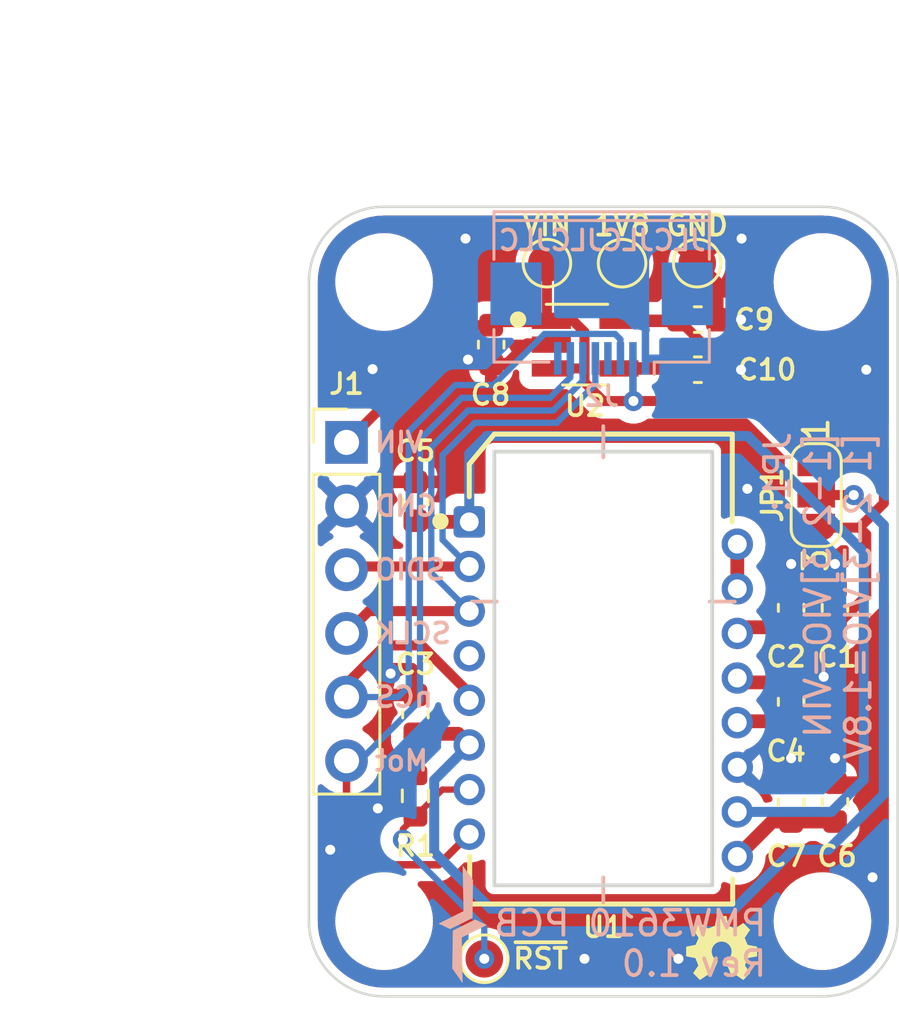
<source format=kicad_pcb>
(kicad_pcb (version 20221018) (generator pcbnew)
  (title_block (title "PMW3610 PCB") (rev "1.0") (company "SideraKB") (comment 1 "Open Source Hardware, CERN-OHL-P v2") (comment 2 "PMW3610DM-SUDU laser mouse sensor breakout board"))
  (layers (0 "F.Cu" signal) (31 "B.Cu" signal) (34 "B.Paste" user) (35 "F.Paste" user) (36 "B.SilkS" user "B.Silkscreen") (37 "F.SilkS" user "F.Silkscreen") (38 "B.Mask" user) (39 "F.Mask" user) (44 "Edge.Cuts" user))
  (net 0 "")
  (net 1 "GND")
  (net 2 "+1V8")
  (net 3 "VIO")
  (net 4 "VIN")
  (net 5 "nRESET")
  (net 6 "SDIO")
  (net 7 "SCLK")
  (net 8 "nCS")
  (net 9 "MOTION")
  (net 10 "Net-(U1-CN)")
  (net 11 "Net-(U1-CP)")
  (net 12 "Net-(U1-+VCSEL)")
  (net 13 "Net-(U1-VCP)")
  (net 14 "Net-(U2-NC)")
  (net 16 "Net-(U1--VCSEL)")
  (footprint "Connector_PinHeader_2.54mm:PinHeader_1x06_P2.54mm_Vertical" (layer "F.Cu") (at 139.75 93.65)
    (fp_text reference "J1" (at 0 -2.33) (layer "F.SilkS") (effects (font (size 0.8 0.8))))
    (fp_text value "Conn_01x06")
    (pad "1" thru_hole rect (at 0 0) (size 1.7 1.7) (drill 1) (layers "*.Cu" "*.Mask") (net 4 "VIN"))
    (pad "2" thru_hole oval (at 0 2.54) (size 1.7 1.7) (drill 1) (layers "*.Cu" "*.Mask") (net 1 "GND"))
    (pad "3" thru_hole oval (at 0 5.08) (size 1.7 1.7) (drill 1) (layers "*.Cu" "*.Mask") (net 6 "SDIO"))
    (pad "4" thru_hole oval (at 0 7.62) (size 1.7 1.7) (drill 1) (layers "*.Cu" "*.Mask") (net 7 "SCLK"))
    (pad "5" thru_hole oval (at 0 10.16) (size 1.7 1.7) (drill 1) (layers "*.Cu" "*.Mask") (net 8 "nCS"))
    (pad "6" thru_hole oval (at 0 12.7) (size 1.7 1.7) (drill 1) (layers "*.Cu" "*.Mask") (net 9 "MOTION"))
  )
  (footprint "TestPoint:TestPoint_Pad_D1.5mm" (layer "F.Cu") (at 150.75 86.5)
    (fp_text reference "TP3" hide)
    (fp_text value "TestPoint")
    (fp_text user "1V8" (at 0 -1.5 unlocked) (layer "F.SilkS") (effects (font (size 0.8 0.8))))
    (pad "1" smd circle (at 0 0) (size 1.5 1.5) (layers "F.Cu" "F.Mask") (net 2 "+1V8"))
  )
  (footprint "Capacitor_SMD:C_0603_1608Metric" (layer "F.Cu") (at 153.775 90.75)
    (fp_text reference "C10" (at 2.763 0) (layer "F.SilkS") (effects (font (size 0.8 0.8))))
    (fp_text value "22nF")
    (pad "1" smd roundrect (at -0.775 0) (size 0.9 0.95) (layers "F.Cu" "F.Paste" "F.Mask") (net 14 "Net-(U2-NC)"))
    (pad "2" smd roundrect (at 0.775 0) (size 0.9 0.95) (layers "F.Cu" "F.Paste" "F.Mask") (net 1 "GND"))
  )
  (footprint "Capacitor_SMD:C_0603_1608Metric" (layer "F.Cu") (at 157.5 108 90)
    (fp_text reference "C7" (at -2.158 -0.2 180) (layer "F.SilkS") (effects (font (size 0.8 0.8))))
    (fp_text value "10nF X7R")
    (pad "1" smd roundrect (at -0.775 0 90) (size 0.9 0.95) (layers "F.Cu" "F.Paste" "F.Mask") (net 13 "Net-(U1-VCP)"))
    (pad "2" smd roundrect (at 0.775 0 90) (size 0.9 0.95) (layers "F.Cu" "F.Paste" "F.Mask") (net 1 "GND"))
  )
  (footprint "pmw3610_pcb:PMW3610DM-SUDU 16Pin" (layer "F.Cu") (at 150 102.988 90)
    (fp_text reference "U1" (at -10 0) (layer "F.SilkS") (effects (font (size 0.8 0.8))))
    (fp_text value "PMW3610")
    (fp_rect (start 8.968 -4.35) (end -8.332 4.35) (stroke (width 0.15)) (fill none) (layer "Edge.Cuts"))
    (pad "1" thru_hole roundrect locked (at 6.168 -5.35 270) (size 1.25 1.25) (drill 0.75) (layers "*.Cu" "*.Mask") (roundrect_rratio 0.15) (net 12 "Net-(U1-+VCSEL)"))
    (pad "2" thru_hole oval locked (at 4.388 -5.35 270) (size 1.25 1.25) (drill 0.75) (layers "*.Cu" "*.Mask") (net 6 "SDIO"))
    (pad "3" thru_hole oval locked (at 2.608 -5.35 270) (size 1.25 1.25) (drill 0.75) (layers "*.Cu" "*.Mask") (net 7 "SCLK"))
    (pad "4" thru_hole oval locked (at 0.828 -5.35 270) (size 1.25 1.25) (drill 0.75) (layers "*.Cu" "*.Mask"))
    (pad "5" thru_hole oval locked (at -0.952 -5.35 270) (size 1.25 1.25) (drill 0.75) (layers "*.Cu" "*.Mask") (net 8 "nCS"))
    (pad "6" thru_hole oval locked (at -2.732 -5.35 270) (size 1.25 1.25) (drill 0.75) (layers "*.Cu" "*.Mask") (net 3 "VIO"))
    (pad "7" thru_hole oval locked (at -4.512 -5.35 270) (size 1.25 1.25) (drill 0.75) (layers "*.Cu" "*.Mask") (net 5 "nRESET"))
    (pad "8" thru_hole oval locked (at -6.292 -5.35 270) (size 1.25 1.25) (drill 0.75) (layers "*.Cu" "*.Mask") (net 9 "MOTION"))
    (pad "9" thru_hole oval locked (at -7.182 5.35 270) (size 1.25 1.25) (drill 0.75) (layers "*.Cu" "*.Mask") (net 13 "Net-(U1-VCP)"))
    (pad "10" thru_hole oval locked (at -5.402 5.35 270) (size 1.25 1.25) (drill 0.75) (layers "*.Cu" "*.Mask") (net 12 "Net-(U1-+VCSEL)"))
    (pad "11" thru_hole oval locked (at -3.622 5.35 270) (size 1.25 1.25) (drill 0.75) (layers "*.Cu" "*.Mask") (net 1 "GND"))
    (pad "12" thru_hole oval locked (at -1.842 5.35 270) (size 1.25 1.25) (drill 0.75) (layers "*.Cu" "*.Mask") (net 11 "Net-(U1-CP)"))
    (pad "13" thru_hole oval locked (at -0.062 5.35 270) (size 1.25 1.25) (drill 0.75) (layers "*.Cu" "*.Mask") (net 10 "Net-(U1-CN)"))
    (pad "14" thru_hole oval locked (at 1.718 5.35 270) (size 1.25 1.25) (drill 0.75) (layers "*.Cu" "*.Mask") (net 2 "+1V8"))
    (pad "15" thru_hole oval locked (at 3.498 5.35 270) (size 1.25 1.25) (drill 0.75) (layers "*.Cu" "*.Mask") (net 16 "Net-(U1--VCSEL)"))
    (pad "16" thru_hole oval locked (at 5.278 5.35 270) (size 1.25 1.25) (drill 0.75) (layers "*.Cu" "*.Mask") (net 16 "Net-(U1--VCSEL)"))
    (zone (net 0) (net_name "") (layers "*.Cu" "F.CrtYd") (connect_pads (clearance 0)) (min_thickness 0.254)
      (keepout (tracks not_allowed) (vias not_allowed) (pads not_allowed) (copperpour not_allowed) (footprints not_allowed))
      (fill (thermal_gap 0.508) (thermal_bridge_width 0.508))
      (polygon (pts (xy 145.6312 111.3192) (xy 145.682 93.9964) (xy 154.3688 93.9964) (xy 154.3688 111.3192)))
    )
  )
  (footprint "MountingHole:MountingHole_3.2mm_M3_ISO14580" (layer "F.Cu") (at 158.75 87.25)
    (fp_text reference "H3" hide)
    (fp_text value "MountingHole" hide)
    (pad "" np_thru_hole circle locked (at 0 0) (size 3.2 3.2) (drill 3.2) (layers "*.Cu" "*.Mask"))
  )
  (footprint "MountingHole:MountingHole_3.2mm_M3_ISO14580" (layer "F.Cu") (at 141.25 112.75)
    (fp_text reference "H1" hide)
    (fp_text value "MountingHole" hide)
    (pad "" np_thru_hole circle locked (at 0 0) (size 3.2 3.2) (drill 3.2) (layers "*.Cu" "*.Mask"))
  )
  (footprint "Capacitor_SMD:C_0603_1608Metric" (layer "F.Cu") (at 142.5 96 90)
    (fp_text reference "C5" (at 2 0 180) (layer "F.SilkS") (effects (font (size 0.8 0.8))))
    (fp_text value "10nF")
    (pad "1" smd roundrect (at -0.775 0 90) (size 0.9 0.95) (layers "F.Cu" "F.Paste" "F.Mask") (net 12 "Net-(U1-+VCSEL)"))
    (pad "2" smd roundrect (at 0.775 0 90) (size 0.9 0.95) (layers "F.Cu" "F.Paste" "F.Mask") (net 1 "GND"))
  )
  (footprint "TestPoint:TestPoint_Pad_D1.5mm" (layer "F.Cu") (at 147.75 86.5)
    (fp_text reference "TP2" hide)
    (fp_text value "TestPoint")
    (fp_text user "VIN" (at 0 -1.5 unlocked) (layer "F.SilkS") (effects (font (size 0.8 0.8))))
    (pad "1" smd circle (at 0 0) (size 1.5 1.5) (layers "F.Cu" "F.Mask") (net 4 "VIN"))
  )
  (footprint "Capacitor_SMD:C_0603_1608Metric" (layer "F.Cu") (at 157.5 100.25 90)
    (fp_text reference "C2" (at -1.95 -0.2 180) (layer "F.SilkS") (effects (font (size 0.8 0.8))))
    (fp_text value "100nF")
    (pad "1" smd roundrect (at -0.775 0 90) (size 0.9 0.95) (layers "F.Cu" "F.Paste" "F.Mask") (net 2 "+1V8"))
    (pad "2" smd roundrect (at 0.775 0 90) (size 0.9 0.95) (layers "F.Cu" "F.Paste" "F.Mask") (net 1 "GND"))
  )
  (footprint "Resistor_SMD:R_0603_1608Metric" (layer "F.Cu") (at 142.5 107.75 -90)
    (fp_text reference "R1" (at 2 0 -180) (layer "F.SilkS") (effects (font (size 0.8 0.8))))
    (fp_text value "10k")
    (pad "1" smd roundrect (at -0.825 0 270) (size 0.8 0.95) (layers "F.Cu" "F.Paste" "F.Mask") (net 3 "VIO"))
    (pad "2" smd roundrect (at 0.825 0 270) (size 0.8 0.95) (layers "F.Cu" "F.Paste" "F.Mask") (net 5 "nRESET"))
  )
  (footprint "Capacitor_SMD:C_0603_1608Metric" (layer "F.Cu") (at 142.5 104.5 90)
    (fp_text reference "C3" (at 2 0 180) (layer "F.SilkS") (effects (font (size 0.8 0.8))))
    (fp_text value "100nF")
    (pad "1" smd roundrect (at -0.775 0 90) (size 0.9 0.95) (layers "F.Cu" "F.Paste" "F.Mask") (net 3 "VIO"))
    (pad "2" smd roundrect (at 0.775 0 90) (size 0.9 0.95) (layers "F.Cu" "F.Paste" "F.Mask") (net 1 "GND"))
  )
  (footprint "Package_TO_SOT_SMD:SOT-23-5_HandSoldering" (layer "F.Cu") (at 149.275 89.75)
    (fp_text reference "U2" (at 0 2.45) (layer "F.SilkS") (effects (font (size 0.8 0.8))))
    (fp_text value "TLV74318PDBVR")
    (pad "1" smd rect (at -1.35 -0.95) (size 1.56 0.65) (layers "F.Cu" "F.Paste" "F.Mask") (net 4 "VIN"))
    (pad "2" smd rect (at -1.35 0) (size 1.56 0.65) (layers "F.Cu" "F.Paste" "F.Mask") (net 1 "GND"))
    (pad "3" smd rect (at -1.35 0.95) (size 1.56 0.65) (layers "F.Cu" "F.Paste" "F.Mask") (net 4 "VIN"))
    (pad "4" smd rect (at 1.35 0.95) (size 1.56 0.65) (layers "F.Cu" "F.Paste" "F.Mask") (net 14 "Net-(U2-NC)"))
    (pad "5" smd rect (at 1.35 -0.95) (size 1.56 0.65) (layers "F.Cu" "F.Paste" "F.Mask") (net 2 "+1V8"))
  )
  (footprint "Capacitor_SMD:C_0603_1608Metric" (layer "F.Cu") (at 145.525 89.75 -90)
    (fp_text reference "C8" (at 2 0.025 -180) (layer "F.SilkS") (effects (font (size 0.8 0.8))))
    (fp_text value "1uF")
    (pad "1" smd roundrect (at -0.775 0 270) (size 0.9 0.95) (layers "F.Cu" "F.Paste" "F.Mask") (net 4 "VIN"))
    (pad "2" smd roundrect (at 0.775 0 270) (size 0.9 0.95) (layers "F.Cu" "F.Paste" "F.Mask") (net 1 "GND"))
  )
  (footprint "TestPoint:TestPoint_Pad_D1.5mm" (layer "F.Cu") (at 153.75 86.5)
    (fp_text reference "TP4" hide)
    (fp_text value "TestPoint")
    (fp_text user "GND" (at 0 -1.5 unlocked) (layer "F.SilkS") (effects (font (size 0.8 0.8))))
    (pad "1" smd circle (at 0 0) (size 1.5 1.5) (layers "F.Cu" "F.Mask") (net 1 "GND"))
  )
  (footprint "Jumper:SolderJumper-3_P1.3mm_Open_RoundedPad1.0x1.5mm_NumberLabels" (layer "F.Cu") (at 158.5 95.75 -90)
    (fp_text reference "JP1" (at 0 1.75 90) (layer "F.SilkS") (effects (font (size 0.8 0.8))))
    (fp_text value "SolderJumper_3_Open")
    (fp_text user "3" (at 2.6 0 90) (layer "F.SilkS"))
    (fp_text user "1" (at -2.6 0 90) (layer "F.SilkS"))
    (pad "1" smd custom (at -1.3 0 270) (size 1 0.5) (layers "F.Cu" "F.Mask") (net 4 "VIN") (options (clearance outline) (anchor rect)) (primitives (gr_circle (center 0 0.25) (end 0.5 0.25) (width 0) (fill yes)) (gr_circle (center 0 -0.25) (end 0.5 -0.25) (width 0) (fill yes)) (gr_poly (pts (xy 0.55 0.75) (xy 0 0.75) (xy 0 -0.75) (xy 0.55 -0.75)) (width 0) (fill yes))))
    (pad "2" smd rect (at 0 0 270) (size 1 1.5) (layers "F.Cu" "F.Mask") (net 3 "VIO"))
    (pad "3" smd custom (at 1.3 0 270) (size 1 0.5) (layers "F.Cu" "F.Mask") (net 2 "+1V8") (options (clearance outline) (anchor rect)) (primitives (gr_circle (center 0 0.25) (end 0.5 0.25) (width 0) (fill yes)) (gr_circle (center 0 -0.25) (end 0.5 -0.25) (width 0) (fill yes)) (gr_poly (pts (xy 0 0.75) (xy -0.55 0.75) (xy -0.55 -0.75) (xy 0 -0.75)) (width 0) (fill yes))))
  )
  (footprint "Capacitor_SMD:C_0603_1608Metric" (layer "F.Cu") (at 153.775 88.75)
    (fp_text reference "C9" (at 2.255 0) (layer "F.SilkS") (effects (font (size 0.8 0.8))))
    (fp_text value "1uF")
    (pad "1" smd roundrect (at -0.775 0) (size 0.9 0.95) (layers "F.Cu" "F.Paste" "F.Mask") (net 2 "+1V8"))
    (pad "2" smd roundrect (at 0.775 0) (size 0.9 0.95) (layers "F.Cu" "F.Paste" "F.Mask") (net 1 "GND"))
  )
  (footprint "MountingHole:MountingHole_3.2mm_M3_ISO14580" (layer "F.Cu") (at 158.75 112.75)
    (fp_text reference "H4" hide)
    (fp_text value "MountingHole" hide)
    (pad "" np_thru_hole circle locked (at 0 0) (size 3.2 3.2) (drill 3.2) (layers "*.Cu" "*.Mask"))
  )
  (footprint "Capacitor_SMD:C_0603_1608Metric" (layer "F.Cu") (at 159.25 100.25 90)
    (fp_text reference "C1" (at -1.95 0.082 180) (layer "F.SilkS") (effects (font (size 0.8 0.8))))
    (fp_text value "3.3uF/16V")
    (pad "1" smd roundrect (at -0.775 0 90) (size 0.9 0.95) (layers "F.Cu" "F.Paste" "F.Mask") (net 2 "+1V8"))
    (pad "2" smd roundrect (at 0.775 0 90) (size 0.9 0.95) (layers "F.Cu" "F.Paste" "F.Mask") (net 1 "GND"))
  )
  (footprint "TestPoint:TestPoint_Pad_D1.5mm" (layer "F.Cu") (at 145.25 114.25)
    (fp_text reference "TP1" hide)
    (fp_text value "TestPoint")
    (fp_text user "~{RST}" (at 2.25 0 unlocked) (layer "F.SilkS") (effects (font (size 0.8 0.8))))
    (pad "1" smd circle (at 0 0) (size 1.5 1.5) (layers "F.Cu" "F.Mask") (net 5 "nRESET"))
  )
  (footprint "Capacitor_SMD:C_0603_1608Metric" (layer "F.Cu") (at 157.5 104 90)
    (fp_text reference "C4" (at -1.967 -0.2 180) (layer "F.SilkS") (effects (font (size 0.8 0.8))))
    (fp_text value "100nF X7R")
    (pad "1" smd roundrect (at -0.775 0 90) (size 0.9 0.95) (layers "F.Cu" "F.Paste" "F.Mask") (net 11 "Net-(U1-CP)"))
    (pad "2" smd roundrect (at 0.775 0 90) (size 0.9 0.95) (layers "F.Cu" "F.Paste" "F.Mask") (net 10 "Net-(U1-CN)"))
  )
  (footprint "MountingHole:MountingHole_3.2mm_M3_ISO14580" (layer "F.Cu") (at 141.25 87.25)
    (fp_text reference "H2" hide)
    (fp_text value "MountingHole" hide)
    (pad "" np_thru_hole circle locked (at 0 0) (size 3.2 3.2) (drill 3.2) (layers "*.Cu" "*.Mask"))
  )
  (footprint "Capacitor_SMD:C_0603_1608Metric" (layer "F.Cu") (at 159.25 108 90)
    (fp_text reference "C6" (at -2.158 0.082 180) (layer "F.SilkS") (effects (font (size 0.8 0.8))))
    (fp_text value "10uF X7R")
    (pad "1" smd roundrect (at -0.775 0 90) (size 0.9 0.95) (layers "F.Cu" "F.Paste" "F.Mask") (net 13 "Net-(U1-VCP)"))
    (pad "2" smd roundrect (at 0.775 0 90) (size 0.9 0.95) (layers "F.Cu" "F.Paste" "F.Mask") (net 1 "GND"))
  )
  (footprint "pmw3610_pcb:FPC_8P_0.5mm_AFC01-S08FCA-00" (layer "B.Cu") (at 149.934 87.298 180)
    (fp_text reference "J2" (at 0 -4.5 unlocked) (layer "B.SilkS") (effects (font (size 0.8 0.8)) (justify mirror)))
    (fp_text value "Conn_01x08")
    (pad "1" smd rect (at -1.75 -3 180) (size 0.3 1.3) (layers "B.Cu" "B.Paste" "B.Mask") (net 1 "GND"))
    (pad "2" smd rect (at -1.25 -3 180) (size 0.3 1.3) (layers "B.Cu" "B.Paste" "B.Mask") (net 4 "VIN"))
    (pad "3" smd rect (at -0.75 -3 180) (size 0.3 1.3) (layers "B.Cu" "B.Paste" "B.Mask") (net 8 "nCS"))
    (pad "4" smd rect (at -0.25 -3 180) (size 0.3 1.3) (layers "B.Cu" "B.Paste" "B.Mask"))
    (pad "5" smd rect (at 0.25 -3 180) (size 0.3 1.3) (layers "B.Cu" "B.Paste" "B.Mask") (net 6 "SDIO"))
    (pad "6" smd rect (at 0.75 -3 180) (size 0.3 1.3) (layers "B.Cu" "B.Paste" "B.Mask") (net 7 "SCLK"))
    (pad "7" smd rect (at 1.25 -3 180) (size 0.3 1.3) (layers "B.Cu" "B.Paste" "B.Mask") (net 9 "MOTION"))
    (pad "8" smd rect (at 1.75 -3 180) (size 0.3 1.3) (layers "B.Cu" "B.Paste" "B.Mask"))
    (pad "EP" smd rect (at -3.42 -0.425 180) (size 2.04 2.5) (layers "B.Cu" "B.Paste" "B.Mask"))
    (pad "EP" smd rect (at 3.42 -0.425 180) (size 2.04 2.5) (layers "B.Cu" "B.Paste" "B.Mask"))
  )
  (gr_poly (pts (xy 144.421263 112.347352) (xy 143.422629 112.846239) (xy 143.886927 113.066271) (xy 144.780738 112.622804) (xy 144.8 111.109612) (xy 144.384724 110.525007)) (fill solid) (layer "B.SilkS"))
  (gr_line (start 150 94.25) (end 150 93) (stroke (width 0.15)) (layer "B.SilkS"))
  (gr_line (start 154.25 100) (end 155.25 100) (stroke (width 0.15)) (layer "B.SilkS"))
  (gr_line (start 150 111) (end 150 112) (stroke (width 0.15)) (layer "B.SilkS"))
  (gr_poly (pts (xy 143.992871 113.123734) (xy 143.970176 114.636878) (xy 144.384126 115.222423) (xy 144.35172 113.4) (xy 145.351483 112.903379) (xy 144.887685 112.682296)) (fill solid) (layer "B.SilkS"))
  (gr_line (start 145.75 100) (end 144.75 100) (stroke (width 0.15)) (layer "B.SilkS"))
  (gr_poly (pts (xy 154.90459 112.541673) (xy 154.905396 112.541733) (xy 154.906197 112.541832) (xy 154.906994 112.541968) (xy 154.907784 112.542141) (xy 154.908567 112.54235) (xy 154.909341 112.542593) (xy 154.910105 112.54287) (xy 154.910858 112.54318) (xy 154.911598 112.543522) (xy 154.912325 112.543895) (xy 154.913037 112.544297) (xy 154.913733 112.544729) (xy 154.914412 112.545188) (xy 154.915073 112.545674) (xy 154.915714 112.546185) (xy 154.916334 112.546722) (xy 154.916933 112.547282) (xy 154.917508 112.547866) (xy 154.91806 112.548471) (xy 154.918585 112.549097) (xy 154.919084 112.549744) (xy 154.919556 112.550409) (xy 154.919998 112.551092) (xy 154.920409 112.551792) (xy 154.92079 112.552508) (xy 154.921137 112.553239) (xy 154.921451 112.553984) (xy 154.92173 112.554741) (xy 154.921973 112.555511) (xy 154.922178 112.556292) (xy 154.922344 112.557083) (xy 154.989337 112.91698) (xy 154.989506 112.917778) (xy 154.989712 112.918578) (xy 154.990227 112.920181) (xy 154.990873 112.921779) (xy 154.991642 112.923362) (xy 154.992524 112.924918) (xy 154.99351 112.926439) (xy 154.994591 112.927912) (xy 154.995758 112.929328) (xy 154.997003 112.930677) (xy 154.998316 112.931947) (xy 154.999688 112.933129) (xy 155.001109 112.934212) (xy 155.002572 112.935185) (xy 155.004067 112.936038) (xy 155.004824 112.936416) (xy 155.005585 112.936761) (xy 155.00635 112.93707) (xy 155.007117 112.937343) (xy 155.248332 113.036085) (xy 155.249831 113.036745) (xy 155.25142 113.037296) (xy 155.253086 113.037739) (xy 155.254815 113.038076) (xy 155.256592 113.038307) (xy 155.258405 113.038433) (xy 155.260238 113.038455) (xy 155.262077 113.038374) (xy 155.26391 113.038191) (xy 155.265721 113.037907) (xy 155.267498 113.037523) (xy 155.269225 113.037041) (xy 155.270889 113.03646) (xy 155.272476 113.035782) (xy 155.273971 113.035007) (xy 155.275362 113.034138) (xy 155.576034 112.827805) (xy 155.576712 112.827364) (xy 155.577409 112.826957) (xy 155.578125 112.826584) (xy 155.578858 112.826246) (xy 155.579606 112.825941) (xy 155.580368 112.82567) (xy 155.581143 112.825433) (xy 155.581928 112.825229) (xy 155.582723 112.825059) (xy 155.583526 112.824922) (xy 155.585148 112.824747) (xy 155.586784 112.824703) (xy 155.58842 112.824789) (xy 155.590044 112.825004) (xy 155.591644 112.825347) (xy 155.593209 112.825817) (xy 155.593973 112.826099) (xy 155.594724 112.826412) (xy 155.59546 112.826757) (xy 155.59618 112.827132) (xy 155.596881 112.827538) (xy 155.597562 112.827975) (xy 155.598222 112.828443) (xy 155.598859 112.828941) (xy 155.599472 112.829469) (xy 155.600059 112.830028) (xy 155.853276 113.083244) (xy 155.853834 113.083831) (xy 155.854362 113.084444) (xy 155.854859 113.085082) (xy 155.855326 113.085742) (xy 155.855762 113.086424) (xy 155.856168 113.087126) (xy 155.856885 113.088582) (xy 155.857478 113.0901) (xy 155.857945 113.091666) (xy 155.858286 113.093268) (xy 155.858499 113.094894) (xy 155.858583 113.096532) (xy 155.858538 113.098169) (xy 155.858363 113.099794) (xy 155.858056 113.101393) (xy 155.857617 113.102954) (xy 155.857348 113.103717) (xy 155.857045 113.104466) (xy 155.856709 113.105199) (xy 155.856339 113.105915) (xy 155.855935 113.106612) (xy 155.855498 113.10729) (xy 155.652764 113.402776) (xy 155.651892 113.404173) (xy 155.651118 113.405671) (xy 155.650443 113.407257) (xy 155.649868 113.408918) (xy 155.649393 113.410639) (xy 155.649021 113.412407) (xy 155.64875 113.414208) (xy 155.648583 113.416029) (xy 155.64852 113.417857) (xy 155.648562 113.419677) (xy 155.64871 113.421476) (xy 155.648965 113.42324) (xy 155.649328 113.424956) (xy 155.649799 113.426611) (xy 155.650379 113.42819) (xy 155.65107 113.429679) (xy 155.757729 113.678515) (xy 155.758338 113.680043) (xy 155.759087 113.681557) (xy 155.759965 113.683047) (xy 155.760962 113.684506) (xy 155.762067 113.685924) (xy 155.763269 113.687292) (xy 155.764558 113.688601) (xy 155.765924 113.689841) (xy 155.767355 113.691005) (xy 155.768841 113.692082) (xy 155.770372 113.693064) (xy 155.771937 113.693942) (xy 155.773525 113.694707) (xy 155.775126 113.695349) (xy 155.776729 113.69586) (xy 155.778325 113.696231) (xy 156.126283 113.760938) (xy 156.127072 113.761108) (xy 156.127851 113.761317) (xy 156.12862 113.761562) (xy 156.129376 113.761844) (xy 156.13012 113.76216) (xy 156.130849 113.76251) (xy 156.131564 113.762892) (xy 156.132262 113.763306) (xy 156.133608 113.764222) (xy 156.134878 113.765249) (xy 156.136065 113.766377) (xy 156.13716 113.767597) (xy 156.138156 113.7689) (xy 156.139044 113.770276) (xy 156.139817 113.771716) (xy 156.140158 113.772457) (xy 156.140466 113.77321) (xy 156.140742 113.773974) (xy 156.140985 113.774749) (xy 156.141192 113.775533) (xy 156.141363 113.776324) (xy 156.141498 113.777122) (xy 156.141595 113.777925) (xy 156.141653 113.778732) (xy 156.141671 113.779543) (xy 156.141629 114.137662) (xy 156.141609 114.138471) (xy 156.141549 114.139277) (xy 156.14145 114.140079) (xy 156.141313 114.140876) (xy 156.14114 114.141668) (xy 156.14093 114.142451) (xy 156.140686 114.143226) (xy 156.140409 114.143992) (xy 156.140098 114.144746) (xy 156.139755 114.145488) (xy 156.139382 114.146216) (xy 156.138979 114.14693) (xy 156.138547 114.147627) (xy 156.138088 114.148308) (xy 156.137601 114.14897) (xy 156.137089 114.149613) (xy 156.136552 114.150235) (xy 156.135991 114.150835) (xy 156.135407 114.151412) (xy 156.134802 114.151964) (xy 156.134175 114.152491) (xy 156.133529 114.152991) (xy 156.132864 114.153462) (xy 156.132181 114.153905) (xy 156.131482 114.154317) (xy 156.130767 114.154697) (xy 156.130036 114.155045) (xy 156.129292 114.155358) (xy 156.128536 114.155636) (xy 156.127767 114.155878) (xy 156.126988 114.156081) (xy 156.126199 114.156246) (xy 155.786791 114.219407) (xy 155.785992 114.219571) (xy 155.785191 114.219772) (xy 155.78439 114.220009) (xy 155.78359 114.22028) (xy 155.781997 114.220922) (xy 155.780422 114.22169) (xy 155.778876 114.222572) (xy 155.777369 114.223561) (xy 155.775911 114.224647) (xy 155.774511 114.225821) (xy 155.773182 114.227073) (xy 155.771931 114.228394) (xy 155.77077 114.229775) (xy 155.769708 114.231207) (xy 155.768757 114.232679) (xy 155.767925 114.234184) (xy 155.767223 114.235711) (xy 155.766924 114.23648) (xy 155.766661 114.237251) (xy 155.660701 114.50194) (xy 155.660046 114.503446) (xy 155.659499 114.50504) (xy 155.659061 114.50671) (xy 155.658729 114.50844) (xy 155.658503 114.510219) (xy 155.658382 114.512031) (xy 155.658364 114.513863) (xy 155.658449 114.515701) (xy 155.658636 114.517531) (xy 155.658923 114.51934) (xy 155.659309 114.521114) (xy 155.659793 114.522839) (xy 155.660375 114.5245) (xy 155.661052 114.526085) (xy 155.661824 114.52758) (xy 155.662691 114.52897) (xy 155.855498 114.809915) (xy 155.855939 114.810593) (xy 155.856346 114.81129) (xy 155.856718 114.812007) (xy 155.857057 114.81274) (xy 155.857362 114.81349) (xy 155.857632 114.814253) (xy 155.85787 114.815029) (xy 155.858073 114.815816) (xy 155.858244 114.816612) (xy 155.858381 114.817416) (xy 155.858556 114.819042) (xy 155.8586 114.820682) (xy 155.858514 114.822321) (xy 155.858299 114.82395) (xy 155.857956 114.825554) (xy 155.857486 114.827122) (xy 155.857204 114.827888) (xy 155.856891 114.828641) (xy 155.856546 114.829378) (xy 155.856171 114.830099) (xy 155.855765 114.830801) (xy 155.855328 114.831483) (xy 155.85486 114.832144) (xy 155.854362 114.832781) (xy 155.853834 114.833395) (xy 155.853275 114.833982) (xy 155.600016 115.087198) (xy 155.599433 115.087753) (xy 155.598823 115.088278) (xy 155.598189 115.088772) (xy 155.597531 115.089237) (xy 155.596852 115.089671) (xy 155.596153 115.090075) (xy 155.5947 115.09079) (xy 155.593185 115.091382) (xy 155.59162 115.091849) (xy 155.590019 115.092191) (xy 155.588393 115.092405) (xy 155.586755 115.092492) (xy 155.585117 115.09245) (xy 155.583492 115.092277) (xy 155.581892 115.091973) (xy 155.580329 115.091536) (xy 155.579566 115.091268) (xy 155.578817 115.090966) (xy 155.578083 115.090631) (xy 155.577367 115.090262) (xy 155.576669 115.089858) (xy 155.575992 115.089421) (xy 155.3 114.9) (xy 155.298612 114.899137) (xy 155.297127 114.89838) (xy 155.295556 114.897729) (xy 155.293913 114.897185) (xy 155.292212 114.896749) (xy 155.290467 114.89642) (xy 155.288691 114.896198) (xy 155.286898 114.896085) (xy 155.2851 114.896079) (xy 155.283312 114.896182) (xy 155.281547 114.896394) (xy 155.279819 114.896714) (xy 155.27814 114.897144) (xy 155.276526 114.897683) (xy 155.274988 114.898332) (xy 155.273541 114.89909) (xy 155.151833 114.964072) (xy 155.151105 114.964418) (xy 155.150372 114.964722) (xy 155.149633 114.964985) (xy 155.148891 114.965207) (xy 155.148147 114.965389) (xy 155.147401 114.96553) (xy 155.146656 114.965632) (xy 155.145913 114.965695) (xy 155.145172 114.96572) (xy 155.144436 114.965706) (xy 155.143704 114.965655) (xy 155.14298 114.965566) (xy 155.142263 114.965441) (xy 155.141555 114.96528) (xy 155.140858 114.965082) (xy 155.140173 114.96485) (xy 155.139501 114.964583) (xy 155.138842 114.964281) (xy 155.1382 114.963945) (xy 155.137574 114.963576) (xy 155.136966 114.963174) (xy 155.136377 114.962739) (xy 155.135809 114.962272) (xy 155.135263 114.961774) (xy 155.134739 114.961245) (xy 155.134241 114.960685) (xy 155.133768 114.960094) (xy 155.133321 114.959474) (xy 155.132903 114.958825) (xy 155.132515 114.958147) (xy 155.132157 114.95744) (xy 155.131831 114.956706) (xy 154.8809 114.350323) (xy 154.88061 114.349569) (xy 154.880358 114.348803) (xy 154.880144 114.348027) (xy 154.879968 114.347243) (xy 154.879829 114.346452) (xy 154.879726 114.345654) (xy 154.879659 114.344853) (xy 154.879628 114.344049) (xy 154.879632 114.343243) (xy 154.87967 114.342438) (xy 154.879742 114.341634) (xy 154.879848 114.340833) (xy 154.879987 114.340036) (xy 154.880159 114.339245) (xy 154.880363 114.338462) (xy 154.880598 114.337687) (xy 154.880865 114.336922) (xy 154.881162 114.336169) (xy 154.881489 114.335429) (xy 154.881846 114.334704) (xy 154.882232 114.333994) (xy 154.882647 114.333302) (xy 154.88309 114.332629) (xy 154.883561 114.331976) (xy 154.884059 114.331344) (xy 154.884583 114.330736) (xy 154.885134 114.330153) (xy 154.885711 114.329595) (xy 154.886313 114.329065) (xy 154.88694 114.328564) (xy 154.887591 114.328093) (xy 154.888266 114.327654) (xy 154.918725 114.309006) (xy 154.920917 114.30761) (xy 154.923258 114.306016) (xy 154.925702 114.30426) (xy 154.928207 114.302376) (xy 154.930728 114.300398) (xy 154.93322 114.298362) (xy 154.93564 114.296302) (xy 154.937944 114.294253) (xy 154.958107 114.280452) (xy 154.97735 114.265467) (xy 154.99562 114.249351) (xy 155.012865 114.232155) (xy 155.029033 114.213933) (xy 155.04407 114.194736) (xy 155.057924 114.174617) (xy 155.070543 114.153627) (xy 155.081874 114.131819) (xy 155.091864 114.109246) (xy 155.100462 114.085958) (xy 155.107614 114.06201) (xy 155.113268 114.037452) (xy 155.117372 114.012337) (xy 155.119873 113.986717) (xy 155.120718 113.960645) (xy 155.120203 113.940264) (xy 155.118673 113.920151) (xy 155.116155 113.90033) (xy 155.112672 113.880826) (xy 155.10825 113.861665) (xy 155.102913 113.842871) (xy 155.096687 113.824468) (xy 155.089596 113.806483) (xy 155.081665 113.788939) (xy 155.072919 113.771863) (xy 155.063383 113.755277) (xy 155.053081 113.739208) (xy 155.04204 113.723681) (xy 155.030283 113.708719) (xy 155.017835 113.694349) (xy 155.004722 113.680594) (xy 154.990968 113.667481) (xy 154.976598 113.655033) (xy 154.961638 113.643275) (xy 154.946111 113.632234) (xy 154.930043 113.621932) (xy 154.913458 113.612396) (xy 154.896382 113.60365) (xy 154.87884 113.595719) (xy 154.860856 113.588627) (xy 154.842455 113.582401) (xy 154.823662 113.577064) (xy 154.804502 113.572642) (xy 154.785 113.569159) (xy 154.765181 113.56664) (xy 154.745069 113.565111) (xy 154.72469 113.564596) (xy 154.704311 113.565111) (xy 154.684199 113.56664) (xy 154.664379 113.569159) (xy 154.644877 113.572642) (xy 154.625717 113.577064) (xy 154.606923 113.582401) (xy 154.588522 113.588627) (xy 154.570537 113.595719) (xy 154.552993 113.60365) (xy 154.535917 113.612396) (xy 154.519331 113.621932) (xy 154.503262 113.632234) (xy 154.487734 113.643275) (xy 154.472773 113.655033) (xy 154.458402 113.667481) (xy 154.444647 113.680594) (xy 154.431533 113.694349) (xy 154.419084 113.708719) (xy 154.407326 113.723681) (xy 154.396284 113.739208) (xy 154.385982 113.755277) (xy 154.376445 113.771863) (xy 154.367698 113.788939) (xy 154.359766 113.806483) (xy 154.352674 113.824468) (xy 154.346447 113.842871) (xy 154.34111 113.861665) (xy 154.336687 113.880826) (xy 154.333204 113.90033) (xy 154.330685 113.920151) (xy 154.329156 113.940264) (xy 154.32864 113.960645) (xy 154.328853 113.973735) (xy 154.329486 113.986717) (xy 154.330533 113.999587) (xy 154.331987 114.012337) (xy 154.333843 114.024961) (xy 154.336092 114.037452) (xy 154.338729 114.049804) (xy 154.341747 114.06201) (xy 154.34514 114.074063) (xy 154.348901 114.085958) (xy 154.353023 114.097688) (xy 154.3575 114.109246) (xy 154.362325 114.120625) (xy 154.367492 114.131819) (xy 154.378824 114.153627) (xy 154.391444 114.174617) (xy 154.405298 114.194736) (xy 154.420335 114.213933) (xy 154.436502 114.232155) (xy 154.453746 114.249351) (xy 154.472014 114.265467) (xy 154.491255 114.280452) (xy 154.511415 114.294253) (xy 154.513731 114.296302) (xy 154.51616 114.298362) (xy 154.518657 114.300398) (xy 154.52118 114.302376) (xy 154.523687 114.30426) (xy 154.526134 114.306016) (xy 154.528478 114.30761) (xy 154.530676 114.309006) (xy 154.561135 114.327654) (xy 154.561814 114.328093) (xy 154.562468 114.328564) (xy 154.563098 114.329065) (xy 154.563703 114.329595) (xy 154.564282 114.330153) (xy 154.564835 114.330736) (xy 154.565861 114.331976) (xy 154.566777 114.333302) (xy 154.567579 114.334704) (xy 154.568264 114.336169) (xy 154.568827 114.337687) (xy 154.569264 114.339245) (xy 154.569573 114.340833) (xy 154.569749 114.342438) (xy 154.569788 114.344049) (xy 154.569687 114.345654) (xy 154.569582 114.346452) (xy 154.569441 114.347243) (xy 154.569263 114.348027) (xy 154.569047 114.348803) (xy 154.568793 114.349569) (xy 154.568501 114.350323) (xy 154.317549 114.956685) (xy 154.317223 114.957419) (xy 154.316865 114.958126) (xy 154.316476 114.958804) (xy 154.316058 114.959454) (xy 154.315611 114.960075) (xy 154.315137 114.960665) (xy 154.314638 114.961226) (xy 154.314114 114.961756) (xy 154.313567 114.962255) (xy 154.312999 114.962722) (xy 154.312409 114.963158) (xy 154.311801 114.963561) (xy 154.311174 114.96393) (xy 154.310531 114.964267) (xy 154.309872 114.964569) (xy 154.309199 114.964837) (xy 154.308513 114.96507) (xy 154.307816 114.965267) (xy 154.307108 114.965429) (xy 154.306391 114.965555) (xy 154.305666 114.965643) (xy 154.304935 114.965694) (xy 154.304199 114.965708) (xy 154.303458 114.965683) (xy 154.302715 114.96562) (xy 154.301971 114.965517) (xy 154.301226 114.965375) (xy 154.300483 114.965192) (xy 154.299742 114.964969) (xy 154.299005 114.964705) (xy 154.298273 114.964399) (xy 154.297547 114.964051) (xy 154.175838 114.899069) (xy 154.174395 114.898311) (xy 154.17286 114.897663) (xy 154.171247 114.897125) (xy 154.16957 114.896696) (xy 154.167842 114.896377) (xy 154.166077 114.896167) (xy 154.164289 114.896065) (xy 154.16249 114.896072) (xy 154.160696 114.896186) (xy 154.158918 114.896408) (xy 154.157172 114.896737) (xy 154.15547 114.897173) (xy 154.153826 114.897716) (xy 154.152254 114.898365) (xy 154.150768 114.899119) (xy 154.14938 114.89998) (xy 153.873409 115.0894) (xy 153.87273 115.089837) (xy 153.872031 115.090241) (xy 153.871313 115.09061) (xy 153.870578 115.090945) (xy 153.869828 115.091247) (xy 153.869064 115.091515) (xy 153.868287 115.09175) (xy 153.8675 115.091952) (xy 153.866703 115.09212) (xy 153.865899 115.092256) (xy 153.864274 115.092429) (xy 153.862636 115.092471) (xy 153.860997 115.092384) (xy 153.859371 115.09217) (xy 153.85777 115.091828) (xy 153.856205 115.091361) (xy 153.85544 115.091081) (xy 153.85469 115.090769) (xy 153.853954 115.090427) (xy 153.853235 115.090054) (xy 153.852535 115.08965) (xy 153.851855 115.089216) (xy 153.851196 115.088751) (xy 153.85056 115.088257) (xy 153.849949 115.087732) (xy 153.849364 115.087177) (xy 153.596105 114.833961) (xy 153.595548 114.833374) (xy 153.595022 114.83276) (xy 153.594525 114.832123) (xy 153.594059 114.831462) (xy 153.593624 114.83078) (xy 153.593219 114.830078) (xy 153.592501 114.82862) (xy 153.591907 114.827101) (xy 153.591439 114.825533) (xy 153.591097 114.823929) (xy 153.590882 114.8223) (xy 153.590795 114.820661) (xy 153.590839 114.819021) (xy 153.591013 114.817395) (xy 153.591318 114.815795) (xy 153.591757 114.814232) (xy 153.592027 114.813468) (xy 153.59233 114.812719) (xy 153.592667 114.811986) (xy 153.593038 114.811269) (xy 153.593443 114.810572) (xy 153.593882 114.809894) (xy 153.786668 114.528949) (xy 153.787542 114.527559) (xy 153.78832 114.526064) (xy 153.789002 114.524479) (xy 153.789587 114.522817) (xy 153.790074 114.521093) (xy 153.790461 114.519319) (xy 153.790749 114.51751) (xy 153.790936 114.51568) (xy 153.791021 114.513842) (xy 153.791003 114.51201) (xy 153.790881 114.510198) (xy 153.790654 114.50842) (xy 153.790321 114.506689) (xy 153.789882 114.505019) (xy 153.789335 114.503425) (xy 153.788679 114.501919) (xy 153.682719 114.23723) (xy 153.682458 114.236459) (xy 153.68216 114.23569) (xy 153.681459 114.234163) (xy 153.680627 114.232658) (xy 153.679674 114.231186) (xy 153.67861 114.229754) (xy 153.677446 114.228373) (xy 153.676192 114.227052) (xy 153.674858 114.2258) (xy 153.673455 114.224626) (xy 153.671993 114.22354) (xy 153.670483 114.222551) (xy 153.668934 114.221668) (xy 153.667358 114.220901) (xy 153.665765 114.220259) (xy 153.664165 114.219751) (xy 153.663365 114.21955) (xy 153.662568 114.219386) (xy 153.32316 114.156225) (xy 153.322369 114.15606) (xy 153.321588 114.155857) (xy 153.320818 114.155615) (xy 153.32006 114.155337) (xy 153.319316 114.155024) (xy 153.318585 114.154676) (xy 153.317869 114.154296) (xy 153.317169 114.153884) (xy 153.316486 114.153441) (xy 153.31582 114.152969) (xy 153.314548 114.151943) (xy 153.313359 114.150814) (xy 153.312262 114.149592) (xy 153.311265 114.148287) (xy 153.310374 114.146909) (xy 153.309599 114.145467) (xy 153.308947 114.143971) (xy 153.30867 114.143205) (xy 153.308427 114.14243) (xy 153.308218 114.141647) (xy 153.308045 114.140855) (xy 153.307909 114.140058) (xy 153.30781 114.139256) (xy 153.30775 114.138449) (xy 153.30773 114.137641) (xy 153.307709 113.779522) (xy 153.307729 113.778713) (xy 153.307789 113.777908) (xy 153.307887 113.777106) (xy 153.308023 113.77631) (xy 153.308195 113.77552) (xy 153.308404 113.774738) (xy 153.308647 113.773964) (xy 153.308923 113.773201) (xy 153.309233 113.772449) (xy 153.309574 113.771709) (xy 153.309946 113.770982) (xy 153.310348 113.770271) (xy 153.310778 113.769575) (xy 153.311237 113.768896) (xy 153.311722 113.768236) (xy 153.312233 113.767595) (xy 153.312769 113.766974) (xy 153.313329 113.766375) (xy 153.313913 113.765799) (xy 153.314518 113.765248) (xy 153.315144 113.764721) (xy 153.31579 113.764221) (xy 153.316455 113.763749) (xy 153.317139 113.763306) (xy 153.317839 113.762892) (xy 153.318556 113.76251) (xy 153.319287 113.76216) (xy 153.320033 113.761844) (xy 153.320792 113.761562) (xy 153.321564 113.761317) (xy 153.322346 113.761108) (xy 153.323139 113.760938) (xy 153.671077 113.696231) (xy 153.671877 113.696064) (xy 153.672679 113.69586) (xy 153.674289 113.695349) (xy 153.675894 113.694707) (xy 153.677486 113.693942) (xy 153.679053 113.693064) (xy 153.680585 113.692082) (xy 153.682071 113.691005) (xy 153.683502 113.689841) (xy 153.684866 113.688601) (xy 153.686153 113.687292) (xy 153.687352 113.685924) (xy 153.688454 113.684506) (xy 153.689447 113.683047) (xy 153.690322 113.681557) (xy 153.691067 113.680043) (xy 153.691388 113.67928) (xy 153.691672 113.678515) (xy 153.798352 113.429679) (xy 153.799039 113.42819) (xy 153.799616 113.426611) (xy 153.800085 113.424956) (xy 153.800445 113.42324) (xy 153.800699 113.421476) (xy 153.800846 113.419677) (xy 153.800888 113.417857) (xy 153.800826 113.416029) (xy 153.80066 113.414208) (xy 153.800392 113.412407) (xy 153.800022 113.410639) (xy 153.799552 113.408918) (xy 153.798981 113.407257) (xy 153.798312 113.405671) (xy 153.797545 113.404173) (xy 153.79668 113.402776) (xy 153.593924 113.10729) (xy 153.593483 113.106612) (xy 153.593077 113.105915) (xy 153.592704 113.105199) (xy 153.592366 113.104466) (xy 153.592062 113.103717) (xy 153.591791 113.102954) (xy 153.591555 113.102179) (xy 153.591352 113.101393) (xy 153.591182 113.100597) (xy 153.591045 113.099794) (xy 153.590872 113.098169) (xy 153.590829 113.096532) (xy 153.590916 113.094894) (xy 153.591132 113.093268) (xy 153.591476 113.091666) (xy 153.591945 113.0901) (xy 153.592227 113.089334) (xy 153.59254 113.088582) (xy 153.592884 113.087845) (xy 153.593259 113.087126) (xy 153.593665 113.086424) (xy 153.594101 113.085742) (xy 153.594567 113.085082) (xy 153.595064 113.084444) (xy 153.59559 113.083831) (xy 153.596147 113.083244) (xy 153.849385 112.830028) (xy 153.84997 112.829469) (xy 153.850581 112.828941) (xy 153.851217 112.828443) (xy 153.851876 112.827975) (xy 153.852556 112.827538) (xy 153.853257 112.827132) (xy 153.854711 112.826412) (xy 153.856227 112.825817) (xy 153.857791 112.825347) (xy 153.859393 112.825004) (xy 153.861019 112.824789) (xy 153.862657 112.824703) (xy 153.864295 112.824747) (xy 153.865921 112.824922) (xy 153.867521 112.825229) (xy 153.869085 112.82567) (xy 153.869849 112.825941) (xy 153.870599 112.826246) (xy 153.871334 112.826585) (xy 153.872052 112.826957) (xy 153.872751 112.827364) (xy 153.87343 112.827805) (xy 154.174082 113.034138) (xy 154.175469 113.035007) (xy 154.176961 113.035782) (xy 154.178545 113.03646) (xy 154.180207 113.037041) (xy 154.181933 113.037524) (xy 154.183708 113.037907) (xy 154.185518 113.038191) (xy 154.187351 113.038374) (xy 154.189191 113.038455) (xy 154.191024 113.038433) (xy 154.192838 113.038307) (xy 154.194617 113.038076) (xy 154.196348 113.037739) (xy 154.198017 113.037296) (xy 154.199609 113.036745) (xy 154.201112 113.036085) (xy 154.442348 112.937343) (xy 154.443883 112.936761) (xy 154.445404 112.936038) (xy 154.446901 112.935185) (xy 154.448365 112.934212) (xy 154.449787 112.933129) (xy 154.451159 112.931947) (xy 154.452471 112.930677) (xy 154.453714 112.929328) (xy 154.454881 112.927912) (xy 154.455961 112.926439) (xy 154.456946 112.924918) (xy 154.457826 112.923362) (xy 154.458594 112.921779) (xy 154.459239 112.920181) (xy 154.459753 112.918578) (xy 154.460128 112.91698) (xy 154.527099 112.557083) (xy 154.527266 112.556292) (xy 154.527471 112.555511) (xy 154.527714 112.554741) (xy 154.527992 112.553984) (xy 154.528306 112.553239) (xy 154.528654 112.552508) (xy 154.529034 112.551792) (xy 154.529446 112.551092) (xy 154.529888 112.550409) (xy 154.530359 112.549744) (xy 154.531383 112.548471) (xy 154.532509 112.547282) (xy 154.533727 112.546185) (xy 154.535028 112.545188) (xy 154.536402 112.544297) (xy 154.537839 112.543522) (xy 154.538578 112.54318) (xy 154.53933 112.54287) (xy 154.540093 112.542593) (xy 154.540865 112.54235) (xy 154.541647 112.542141) (xy 154.542435 112.541968) (xy 154.54323 112.541832) (xy 154.544031 112.541733) (xy 154.544835 112.541673) (xy 154.545641 112.541653) (xy 154.903781 112.541653)) (fill solid) (layer "F.SilkS"))
  (gr_circle (center 146.6 88.75) (end 146.85 88.75) (stroke (width 0.15)) (fill solid) (layer "F.SilkS"))
  (gr_circle (center 143.5 96.8) (end 143.75 96.8) (stroke (width 0.15)) (fill solid) (layer "F.SilkS"))
  (gr_arc locked (start 138.25 87.25) (mid 139.12868 85.12868) (end 141.25 84.25) (stroke (width 0.1)) (layer "Edge.Cuts"))
  (gr_arc locked (start 158.75 84.25) (mid 160.87132 85.12868) (end 161.75 87.25) (stroke (width 0.1)) (layer "Edge.Cuts"))
  (gr_line locked (start 161.75 87.25) (end 161.75 112.75) (stroke (width 0.1)) (layer "Edge.Cuts"))
  (gr_line locked (start 141.25 84.25) (end 158.75 84.25) (stroke (width 0.1)) (layer "Edge.Cuts"))
  (gr_line locked (start 158.75 115.75) (end 141.25 115.75) (stroke (width 0.1)) (layer "Edge.Cuts"))
  (gr_arc locked (start 161.75 112.75) (mid 160.87132 114.87132) (end 158.75 115.75) (stroke (width 0.1)) (layer "Edge.Cuts"))
  (gr_line locked (start 138.25 112.75) (end 138.25 87.25) (stroke (width 0.1)) (layer "Edge.Cuts"))
  (gr_arc locked (start 141.25 115.75) (mid 139.12868 114.87132) (end 138.25 112.75) (stroke (width 0.1)) (layer "Edge.Cuts"))
  (gr_text "nCS" (at 140.8 103.81) (layer "B.SilkS") (effects (font (size 0.8 0.8)) (justify right mirror)))
  (gr_text "SCLK" (at 140.8 101.27) (layer "B.SilkS") (effects (font (size 0.8 0.8)) (justify right mirror)))
  (gr_text "GND" (at 140.8 96.19) (layer "B.SilkS") (effects (font (size 0.8 0.8)) (justify right mirror)))
  (gr_text "SDIO" (at 140.8 98.73) (layer "B.SilkS") (effects (font (size 0.8 0.8)) (justify right mirror)))
  (gr_text "Mot" (at 140.8 106.35) (layer "B.SilkS") (effects (font (size 0.8 0.8)) (justify right mirror)))
  (gr_text "VIN" (at 140.8 93.65) (layer "B.SilkS") (effects (font (size 0.8 0.8)) (justify right mirror)))
  (gr_text "JLCJLCJLCJLC" (at 154.17 86.06) (layer "B.SilkS") (effects (font (size 0.8 0.8)) (justify left bottom mirror)))
  (gr_text "${TITLE}\nRev ${REVISION}" (at 156.6 112.25) (layer "B.SilkS") (effects (font (size 1 1)) (justify left top mirror)))
  (gr_text "JP1:\n[1-2 3]VIO=VIN\n[1 2-3]VIO=1.8V" (at 158.57 93.14 90) (layer "B.SilkS") (effects (font (size 1 1)) (justify left mirror)))
  (segment (start 146.969938 89.75) (end 146.194938 90.525) (width 0.5) (layer "F.Cu") (net 1))
  (segment (start 159.25 99.475) (end 159.25 99.5) (width 0.25) (layer "F.Cu") (net 1))
  (segment (start 141.588046 102.792) (end 141.5095 102.870546) (width 0.25) (layer "F.Cu") (net 1))
  (segment (start 157.5 99.475) (end 157.5 98.5) (width 0.25) (layer "F.Cu") (net 1))
  (segment (start 154.55 88.75) (end 155.5 88.75) (width 0.25) (layer "F.Cu") (net 1))
  (segment (start 142.314 102.792) (end 141.588046 102.792) (width 0.25) (layer "F.Cu") (net 1))
  (segment (start 154.55 90.75) (end 155.5 90.75) (width 0.3) (layer "F.Cu") (net 1))
  (segment (start 142.5 102.978) (end 142.314 102.792) (width 0.25) (layer "F.Cu") (net 1))
  (segment (start 145.5 90.55) (end 145.525 90.525) (width 0.25) (layer "F.Cu") (net 1))
  (segment (start 159.25 107.225) (end 159.25 106.25) (width 0.25) (layer "F.Cu") (net 1))
  (segment (start 159.25 99.5) (end 159.25 98.5) (width 0.25) (layer "F.Cu") (net 1))
  (segment (start 142.5 103.725) (end 142.5 102.978) (width 0.25) (layer "F.Cu") (net 1))
  (segment (start 157.5 107.225) (end 157.5 106.25) (width 0.25) (layer "F.Cu") (net 1))
  (segment (start 146.194938 90.525) (end 145.525 90.525) (width 0.5) (layer "F.Cu") (net 1))
  (segment (start 147.925 89.75) (end 146.969938 89.75) (width 0.5) (layer "F.Cu") (net 1))
  (via (at 144.6 90.346) (size 0.8) (drill 0.4) (layers "F.Cu" "B.Cu") (net 1))
  (via (at 158.8 103) (size 0.8) (drill 0.4) (layers "F.Cu" "B.Cu") (net 1))
  (via (at 149.25 114.25) (size 0.8) (drill 0.4) (layers "F.Cu" "B.Cu") (net 1))
  (via (at 157.5 98.5) (size 0.8) (drill 0.4) (layers "F.Cu" "B.Cu") (net 1))
  (via (at 155.522 85.52) (size 0.8) (drill 0.4) (layers "F.Cu" "B.Cu") (net 1))
  (via (at 141.5095 102.870546) (size 0.8) (drill 0.4) (layers "F.Cu" "B.Cu") (net 1))
  (via (at 140.79 90.727) (size 0.8) (drill 0.4) (layers "F.Cu" "B.Cu") (net 1))
  (via (at 160.75 111) (size 0.8) (drill 0.4) (layers "F.Cu" "B.Cu") (net 1))
  (via (at 155.5 90.75) (size 0.8) (drill 0.4) (layers "F.Cu" "B.Cu") (net 1))
  (via (at 157.5 106.25) (size 0.8) (drill 0.4) (layers "F.Cu" "B.Cu") (net 1))
  (via (at 160.5 90.75) (size 0.8) (drill 0.4) (layers "F.Cu" "B.Cu") (net 1))
  (via (at 155.5 88.75) (size 0.8) (drill 0.4) (layers "F.Cu" "B.Cu") (net 1))
  (via (at 159.25 98.5) (size 0.8) (drill 0.4) (layers "F.Cu" "B.Cu") (net 1))
  (via (at 139.1 109.9) (size 0.8) (drill 0.4) (layers "F.Cu" "B.Cu") (net 1))
  (via (at 144.5 85.52) (size 0.8) (drill 0.4) (layers "F.Cu" "B.Cu") (net 1))
  (via (at 159.25 106.25) (size 0.8) (drill 0.4) (layers "F.Cu" "B.Cu") (net 1))
  (via (at 141 108.25) (size 0.8) (drill 0.4) (layers "F.Cu" "B.Cu") (net 1))
  (via (at 155.75 95.5) (size 0.8) (drill 0.4) (layers "F.Cu" "B.Cu") (net 1))
  (via (at 153 114.25) (size 0.8) (drill 0.4) (layers "F.Cu" "B.Cu") (net 1))
  (segment (start 151.684 90.298) (end 155.048 90.298) (width 0.3) (layer "B.Cu") (net 1))
  (segment (start 151.684 90.298) (end 151.684 88.85) (width 0.3) (layer "B.Cu") (net 1))
  (segment (start 155.048 90.298) (end 155.5 90.75) (width 0.3) (layer "B.Cu") (net 1))
  (segment (start 159.25 101.025) (end 157.5 101.025) (width 0.55) (layer "F.Cu") (net 2))
  (segment (start 160.225306 97.05) (end 160.5 97.324694) (width 0.4) (layer "F.Cu") (net 2))
  (segment (start 152.95 88.8) (end 153 88.75) (width 0.4) (layer "F.Cu") (net 2))
  (segment (start 158.5 97.05) (end 160.225306 97.05) (width 0.4) (layer "F.Cu") (net 2))
  (segment (start 157 89.75) (end 161.2 93.95) (width 0.4) (layer "F.Cu") (net 2))
  (segment (start 160.5 97.324694) (end 160.5 99.775) (width 0.4) (layer "F.Cu") (net 2))
  (segment (start 153 88.75) (end 154 89.75) (width 0.4) (layer "F.Cu") (net 2))
  (segment (start 157.5 101.025) (end 155.595 101.025) (width 0.55) (layer "F.Cu") (net 2))
  (segment (start 155.595 101.025) (end 155.35 101.27) (width 0.55) (layer "F.Cu") (net 2))
  (segment (start 150.625 88.8) (end 152.95 88.8) (width 0.5) (layer "F.Cu") (net 2))
  (segment (start 161.2 96.075305) (end 160.225305 97.05) (width 0.4) (layer "F.Cu") (net 2))
  (segment (start 150.625 88.8) (end 150.75 88.675) (width 0.4) (layer "F.Cu") (net 2))
  (segment (start 161.2 93.95) (end 161.2 96.075305) (width 0.4) (layer "F.Cu") (net 2))
  (segment (start 154 89.75) (end 157 89.75) (width 0.4) (layer "F.Cu") (net 2))
  (segment (start 150.75 88.675) (end 150.75 86.25) (width 0.4) (layer "F.Cu") (net 2))
  (segment (start 160.5 99.775) (end 159.25 101.025) (width 0.4) (layer "F.Cu") (net 2))
  (segment (start 160 95.75) (end 158.75 95.75) (width 0.4) (layer "F.Cu") (net 3))
  (segment (start 142.5 105.275) (end 142.5 106.925) (width 0.55) (layer "F.Cu") (net 3))
  (segment (start 144.205 105.275) (end 142.5 105.275) (width 0.55) (layer "F.Cu") (net 3))
  (segment (start 144.65 105.72) (end 144.205 105.275) (width 0.55) (layer "F.Cu") (net 3))
  (via (at 160 95.75) (size 0.8) (drill 0.4) (layers "F.Cu" "B.Cu") (net 3))
  (segment (start 160 95.75) (end 161.2 96.95) (width 0.4) (layer "B.Cu") (net 3))
  (segment (start 158.986396 109.9) (end 157.6 109.9) (width 0.4) (layer "B.Cu") (net 3))
  (segment (start 143.25 110) (end 143.25 107.12) (width 0.4) (layer "B.Cu") (net 3))
  (segment (start 143.25 107.12) (end 144.65 105.72) (width 0.4) (layer "B.Cu") (net 3))
  (segment (start 157.6 109.9) (end 155.25 112.25) (width 0.4) (layer "B.Cu") (net 3))
  (segment (start 161.2 96.95) (end 161.2 107.686396) (width 0.4) (layer "B.Cu") (net 3))
  (segment (start 145.5 112.25) (end 143.25 110) (width 0.4) (layer "B.Cu") (net 3))
  (segment (start 155.25 112.25) (end 145.5 112.25) (width 0.4) (layer "B.Cu") (net 3))
  (segment (start 161.2 107.686396) (end 158.986396 109.9) (width 0.4) (layer "B.Cu") (net 3))
  (segment (start 151.204 92) (end 156.05 92) (width 0.4) (layer "F.Cu") (net 4))
  (segment (start 148.8 88.8) (end 149.25 89.25) (width 0.4) (layer "F.Cu") (net 4))
  (segment (start 150 92) (end 149.25 91.25) (width 0.4) (layer "F.Cu") (net 4))
  (segment (start 147.75 88.625) (end 147.75 86.25) (width 0.4) (layer "F.Cu") (net 4))
  (segment (start 156.05 92) (end 158.5 94.45) (width 0.4) (layer "F.Cu") (net 4))
  (segment (start 147.925 88.8) (end 147.75 88.625) (width 0.4) (layer "F.Cu") (net 4))
  (segment (start 145.7 88.8) (end 145.525 88.975) (width 0.5) (layer "F.Cu") (net 4))
  (segment (start 145.525 88.975) (end 144.425 88.975) (width 0.4) (layer "F.Cu") (net 4))
  (segment (start 149.25 89.25) (end 149.25 89.75) (width 0.4) (layer "F.Cu") (net 4))
  (segment (start 151.204 92) (end 150 92) (width 0.4) (layer "F.Cu") (net 4))
  (segment (start 147.925 88.8) (end 145.7 88.8) (width 0.5) (layer "F.Cu") (net 4))
  (segment (start 147.925 88.8) (end 148.8 88.8) (width 0.4) (layer "F.Cu") (net 4))
  (segment (start 144.425 88.975) (end 139.75 93.65) (width 0.4) (layer "F.Cu") (net 4))
  (segment (start 149.25 89.75) (end 149.25 90.7) (width 0.4) (layer "F.Cu") (net 4))
  (segment (start 149.25 91.25) (end 149.25 89.75) (width 0.4) (layer "F.Cu") (net 4))
  (segment (start 149.25 90.7) (end 147.925 90.7) (width 0.4) (layer "F.Cu") (net 4))
  (via (at 151.204 92) (size 0.8) (drill 0.4) (layers "F.Cu" "B.Cu") (net 4))
  (segment (start 151.204 92) (end 151.184 91.98) (width 0.3) (layer "B.Cu") (net 4))
  (segment (start 151.184 91.98) (end 151.184 90.298) (width 0.3) (layer "B.Cu") (net 4))
  (segment (start 142 109.5) (end 142 109.075) (width 0.25) (layer "F.Cu") (net 5))
  (segment (start 144.65 107.5) (end 143.575 107.5) (width 0.25) (layer "F.Cu") (net 5))
  (segment (start 143.575 107.5) (end 142.5 108.575) (width 0.25) (layer "F.Cu") (net 5))
  (segment (start 142 109.075) (end 142.5 108.575) (width 0.25) (layer "F.Cu") (net 5))
  (via (at 145.25 114.25) (size 0.8) (drill 0.4) (layers "F.Cu" "B.Cu") (net 5))
  (via (at 142 109.5) (size 0.8) (drill 0.4) (layers "F.Cu" "B.Cu") (net 5))
  (segment (start 142 109.742462) (end 145.25 112.992462) (width 0.25) (layer "B.Cu") (net 5))
  (segment (start 142 109.5) (end 142 109.742462) (width 0.25) (layer "B.Cu") (net 5))
  (segment (start 145.25 112.992462) (end 145.25 114.25) (width 0.25) (layer "B.Cu") (net 5))
  (segment (start 139.88 98.6) (end 139.75 98.73) (width 0.25) (layer "F.Cu") (net 6))
  (segment (start 144.65 98.6) (end 139.88 98.6) (width 0.4) (layer "F.Cu") (net 6))
  (segment (start 148.145412 92.869) (end 144.871 92.869) (width 0.25) (layer "B.Cu") (net 6))
  (segment (start 149.684 91.330412) (end 148.145412 92.869) (width 0.25) (layer "B.Cu") (net 6))
  (segment (start 143.584 94.156) (end 143.584 97.534) (width 0.25) (layer "B.Cu") (net 6))
  (segment (start 143.584 97.534) (end 144.65 98.6) (width 0.25) (layer "B.Cu") (net 6))
  (segment (start 144.871 92.869) (end 143.584 94.156) (width 0.25) (layer "B.Cu") (net 6))
  (segment (start 149.684 90.298) (end 149.684 91.330412) (width 0.25) (layer "B.Cu") (net 6))
  (segment (start 144.65 100.38) (end 140.64 100.38) (width 0.4) (layer "F.Cu") (net 7))
  (segment (start 140.64 100.38) (end 139.75 101.27) (width 0.4) (layer "F.Cu") (net 7))
  (segment (start 143.134 98.864) (end 144.65 100.38) (width 0.25) (layer "B.Cu") (net 7))
  (segment (start 144.6 92.378) (end 143.134 93.844) (width 0.25) (layer "B.Cu") (net 7))
  (segment (start 149.184 91.194016) (end 148.000016 92.378) (width 0.25) (layer "B.Cu") (net 7))
  (segment (start 149.184 90.298) (end 149.184 91.194016) (width 0.25) (layer "B.Cu") (net 7))
  (segment (start 148.000016 92.378) (end 144.6 92.378) (width 0.25) (layer "B.Cu") (net 7))
  (segment (start 143.134 93.844) (end 143.134 98.864) (width 0.25) (layer "B.Cu") (net 7))
  (segment (start 144.65 103.94) (end 144.65 103.65) (width 0.4) (layer "F.Cu") (net 8))
  (segment (start 141.285 101.75) (end 139.75 103.285) (width 0.4) (layer "F.Cu") (net 8))
  (segment (start 139.75 103.285) (end 139.75 103.81) (width 0.4) (layer "F.Cu") (net 8))
  (segment (start 144.65 103.65) (end 142.75 101.75) (width 0.4) (layer "F.Cu") (net 8))
  (segment (start 142.75 101.75) (end 141.285 101.75) (width 0.4) (layer "F.Cu") (net 8))
  (segment (start 150.684 90.298) (end 150.684 89.53838) (width 0.25) (layer "B.Cu") (net 8))
  (segment (start 142.234 93.22) (end 142.234 103.38) (width 0.25) (layer "B.Cu") (net 8))
  (segment (start 150.684 89.53838) (end 150.46862 89.323) (width 0.25) (layer "B.Cu") (net 8))
  (segment (start 145.616 91.362) (end 144.092 91.362) (width 0.25) (layer "B.Cu") (net 8))
  (segment (start 147.655 89.323) (end 145.616 91.362) (width 0.25) (layer "B.Cu") (net 8))
  (segment (start 144.092 91.362) (end 142.234 93.22) (width 0.25) (layer "B.Cu") (net 8))
  (segment (start 142.234 103.38) (end 141.804 103.81) (width 0.25) (layer "B.Cu") (net 8))
  (segment (start 141.804 103.81) (end 139.75 103.81) (width 0.25) (layer "B.Cu") (net 8))
  (segment (start 150.46862 89.323) (end 147.655 89.323) (width 0.25) (layer "B.Cu") (net 8))
  (segment (start 143.43 110.5) (end 144.65 109.28) (width 0.3) (layer "F.Cu") (net 9))
  (segment (start 139.75 106.35) (end 139.75 108.75) (width 0.3) (layer "F.Cu") (net 9))
  (segment (start 141.5 110.5) (end 143.43 110.5) (width 0.3) (layer "F.Cu") (net 9))
  (segment (start 139.75 108.75) (end 141.5 110.5) (width 0.3) (layer "F.Cu") (net 9))
  (segment (start 148.684 91.05762) (end 147.87162 91.87) (width 0.25) (layer "B.Cu") (net 9))
  (segment (start 144.346 91.87) (end 142.684 93.532) (width 0.25) (layer "B.Cu") (net 9))
  (segment (start 147.87162 91.87) (end 144.346 91.87) (width 0.25) (layer "B.Cu") (net 9))
  (segment (start 148.684 90.298) (end 148.684 91.05762) (width 0.25) (layer "B.Cu") (net 9))
  (segment (start 142.684 93.532) (end 142.684 103.946) (width 0.25) (layer "B.Cu") (net 9))
  (segment (start 142.684 103.946) (end 140.28 106.35) (width 0.25) (layer "B.Cu") (net 9))
  (segment (start 140.28 106.35) (end 139.75 106.35) (width 0.25) (layer "B.Cu") (net 9))
  (segment (start 155.525 103.225) (end 157.5 103.225) (width 0.55) (layer "F.Cu") (net 10))
  (segment (start 155.35 103.05) (end 155.525 103.225) (width 0.55) (layer "F.Cu") (net 10))
  (segment (start 155.35 104.83) (end 155.405 104.775) (width 0.55) (layer "F.Cu") (net 11))
  (segment (start 155.405 104.775) (end 157.5 104.775) (width 0.55) (layer "F.Cu") (net 11))
  (segment (start 142.545 96.82) (end 142.5 96.775) (width 0.55) (layer "F.Cu") (net 12))
  (segment (start 144.65 96.82) (end 142.545 96.82) (width 0.55) (layer "F.Cu") (net 12))
  (segment (start 160.4 107.1) (end 160.4 98.025) (width 0.4) (layer "B.Cu") (net 12))
  (segment (start 160.4 98.025) (end 155.769 93.394) (width 0.4) (layer "B.Cu") (net 12))
  (segment (start 145.356 93.394) (end 144.65 94.1) (width 0.4) (layer "B.Cu") (net 12))
  (segment (start 155.35 108.39) (end 159.11 108.39) (width 0.4) (layer "B.Cu") (net 12))
  (segment (start 155.769 93.394) (end 145.356 93.394) (width 0.4) (layer "B.Cu") (net 12))
  (segment (start 144.65 94.1) (end 144.65 96.82) (width 0.4) (layer "B.Cu") (net 12))
  (segment (start 159.11 108.39) (end 160.4 107.1) (width 0.4) (layer "B.Cu") (net 12))
  (segment (start 157.5 108.775) (end 156.745 108.775) (width 0.55) (layer "F.Cu") (net 13))
  (segment (start 159.25 108.775) (end 157.5 108.775) (width 0.55) (layer "F.Cu") (net 13))
  (segment (start 156.745 108.775) (end 155.35 110.17) (width 0.55) (layer "F.Cu") (net 13))
  (segment (start 150.625 90.7) (end 152.95 90.7) (width 0.5) (layer "F.Cu") (net 14))
  (segment (start 152.95 90.7) (end 153 90.75) (width 0.5) (layer "F.Cu") (net 14))
  (segment (start 155.35 97.71) (end 155.35 99.49) (width 0.55) (layer "F.Cu") (net 16))
  (zone (net 1) (net_name "GND") (layers "F&B.Cu") (connect_pads (clearance 0.5)) (min_thickness 0.25) (fill yes (thermal_gap 0.4) (thermal_bridge_width 0.5))
    (polygon (pts (xy 138.25 84.25) (xy 161.75 84.25) (xy 161.75 115.75) (xy 138.25 115.75)))
  )
)
</source>
